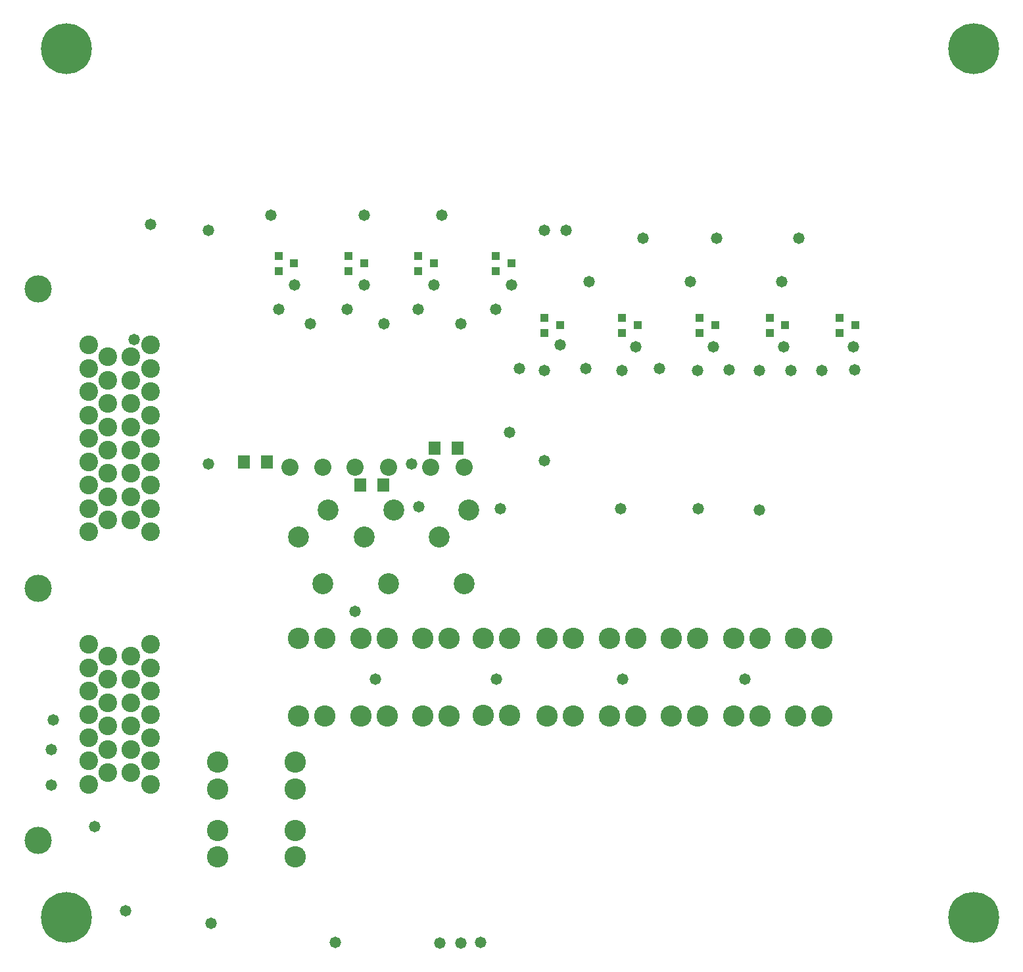
<source format=gbr>
%TF.GenerationSoftware,Altium Limited,Altium Designer,18.1.7 (191)*%
G04 Layer_Color=16711935*
%FSLAX26Y26*%
%MOIN*%
%TF.FileFunction,Soldermask,Bot*%
%TF.Part,Single*%
G01*
G75*
%TA.AperFunction,SMDPad,CuDef*%
%ADD34R,0.043433X0.039496*%
%ADD35R,0.061150X0.065087*%
%TA.AperFunction,ComponentPad*%
%ADD36C,0.108000*%
%TA.AperFunction,ViaPad*%
%ADD37C,0.258000*%
%TA.AperFunction,ComponentPad*%
%ADD38C,0.094614*%
%ADD39C,0.137921*%
%ADD40C,0.106425*%
%ADD41C,0.086740*%
%TA.AperFunction,ViaPad*%
%ADD42C,0.058000*%
D34*
X1731360Y3574803D02*
D03*
Y3649606D02*
D03*
X1810100Y3612205D02*
D03*
X4221494Y3261478D02*
D03*
Y3336281D02*
D03*
X4300234Y3298880D02*
D03*
X3867163Y3261478D02*
D03*
Y3336281D02*
D03*
X3945903Y3298880D02*
D03*
X3512832Y3261478D02*
D03*
Y3336281D02*
D03*
X3591573Y3298880D02*
D03*
X3119132Y3261478D02*
D03*
Y3336281D02*
D03*
X3197872Y3298880D02*
D03*
X2725431Y3261478D02*
D03*
Y3336281D02*
D03*
X2804171Y3298880D02*
D03*
X2479391Y3574803D02*
D03*
Y3649606D02*
D03*
X2558131Y3612205D02*
D03*
X2085690Y3574803D02*
D03*
Y3649606D02*
D03*
X2164430Y3612205D02*
D03*
X1377029Y3574803D02*
D03*
Y3649606D02*
D03*
X1455769Y3612205D02*
D03*
D35*
X2167323Y2677165D02*
D03*
X2283465D02*
D03*
X1792323Y2490157D02*
D03*
X1908465D02*
D03*
X1201772Y2608268D02*
D03*
X1317913D02*
D03*
D36*
X1460276Y608071D02*
D03*
X1069724D02*
D03*
X1460276Y741929D02*
D03*
X1069724D02*
D03*
X1460276Y951772D02*
D03*
X1069724D02*
D03*
X1460276Y1085630D02*
D03*
X1069724D02*
D03*
X2242637Y1712659D02*
D03*
Y1322108D02*
D03*
X2108778Y1712659D02*
D03*
Y1322108D02*
D03*
X1612716Y1712659D02*
D03*
Y1322108D02*
D03*
X1478857Y1712659D02*
D03*
Y1322108D02*
D03*
X1927676Y1712659D02*
D03*
Y1322108D02*
D03*
X1793818Y1712659D02*
D03*
Y1322108D02*
D03*
X2872558Y1712659D02*
D03*
Y1322108D02*
D03*
X2738700Y1712659D02*
D03*
Y1322108D02*
D03*
X3187519Y1712659D02*
D03*
Y1322108D02*
D03*
X3053660Y1712659D02*
D03*
Y1322108D02*
D03*
X3502479Y1712659D02*
D03*
Y1322108D02*
D03*
X3368621Y1712659D02*
D03*
Y1322108D02*
D03*
X3817440Y1712659D02*
D03*
Y1322108D02*
D03*
X3683582Y1712659D02*
D03*
Y1322108D02*
D03*
X4132401Y1712659D02*
D03*
Y1322108D02*
D03*
X3998542Y1712659D02*
D03*
Y1322108D02*
D03*
X2547244Y1712677D02*
D03*
Y1322126D02*
D03*
X2413386Y1712677D02*
D03*
Y1322126D02*
D03*
D37*
X4900000Y300000D02*
D03*
X300000D02*
D03*
Y4700000D02*
D03*
X4900000D02*
D03*
D38*
X728346Y2253937D02*
D03*
Y2372047D02*
D03*
Y2490157D02*
D03*
Y2608268D02*
D03*
Y2726378D02*
D03*
Y2844488D02*
D03*
Y2962598D02*
D03*
Y3080709D02*
D03*
Y3198819D02*
D03*
X629921Y2312992D02*
D03*
Y2431102D02*
D03*
Y2549213D02*
D03*
Y2667323D02*
D03*
Y2785433D02*
D03*
Y2903543D02*
D03*
Y3021653D02*
D03*
Y3139764D02*
D03*
X511811Y2312992D02*
D03*
Y2431102D02*
D03*
Y2549213D02*
D03*
Y2667323D02*
D03*
Y2785433D02*
D03*
Y2903543D02*
D03*
Y3021653D02*
D03*
Y3139764D02*
D03*
X413386Y2253937D02*
D03*
Y2372047D02*
D03*
Y2490157D02*
D03*
Y2608268D02*
D03*
Y2726378D02*
D03*
Y2844488D02*
D03*
Y2962598D02*
D03*
Y3080709D02*
D03*
Y3198819D02*
D03*
Y1683071D02*
D03*
Y1564961D02*
D03*
Y1446850D02*
D03*
Y1328740D02*
D03*
Y1210630D02*
D03*
Y1092520D02*
D03*
Y974409D02*
D03*
X511811Y1624016D02*
D03*
Y1505906D02*
D03*
Y1387795D02*
D03*
Y1269685D02*
D03*
Y1151575D02*
D03*
Y1033465D02*
D03*
X629921Y1624016D02*
D03*
Y1505906D02*
D03*
Y1387795D02*
D03*
Y1269685D02*
D03*
Y1151575D02*
D03*
Y1033465D02*
D03*
X728346Y1683071D02*
D03*
Y1564961D02*
D03*
Y1446850D02*
D03*
Y1328740D02*
D03*
Y1210630D02*
D03*
Y1092520D02*
D03*
Y974409D02*
D03*
D39*
X157480Y688976D02*
D03*
Y1968504D02*
D03*
Y3484252D02*
D03*
D40*
X2317207Y1989824D02*
D03*
X2342798Y2363840D02*
D03*
X2193192Y2226045D02*
D03*
X1602873Y1989824D02*
D03*
X1628464Y2363840D02*
D03*
X1478857Y2226045D02*
D03*
X1935039Y1989824D02*
D03*
X1960630Y2363840D02*
D03*
X1811024Y2226045D02*
D03*
D41*
X2147916Y2580376D02*
D03*
X2317207D02*
D03*
X1433582D02*
D03*
X1602873D02*
D03*
X1765748D02*
D03*
X1935039D02*
D03*
D42*
X2303150Y170000D02*
D03*
X2195000D02*
D03*
X223357Y971674D02*
D03*
Y1151575D02*
D03*
X236220Y1301857D02*
D03*
X4015748Y3740157D02*
D03*
X3598673D02*
D03*
X3225551D02*
D03*
X2834646Y3779528D02*
D03*
X2724683D02*
D03*
X2204724Y3858268D02*
D03*
X1811024D02*
D03*
X1338583D02*
D03*
X1020023Y3779528D02*
D03*
Y2598425D02*
D03*
X2052352D02*
D03*
X2088861Y2381184D02*
D03*
X1036229Y270000D02*
D03*
X3740157Y1505906D02*
D03*
X3121452D02*
D03*
X2482942D02*
D03*
X1869345D02*
D03*
X728346Y3809807D02*
D03*
X3928915Y3519571D02*
D03*
X3464567D02*
D03*
X2952756D02*
D03*
X4299431Y3073782D02*
D03*
X3976378Y3070866D02*
D03*
X3661417Y3073782D02*
D03*
X3307087Y3078959D02*
D03*
X2935495Y3081693D02*
D03*
X2598425Y3078959D02*
D03*
X2303150Y3307087D02*
D03*
X1911845D02*
D03*
X1537855D02*
D03*
X2400000Y175000D02*
D03*
X1665000D02*
D03*
X600000Y335000D02*
D03*
X445000Y760000D02*
D03*
X2500593Y2372047D02*
D03*
X3110236D02*
D03*
X2724683Y2613371D02*
D03*
X3815982Y2363840D02*
D03*
X3503937Y2372047D02*
D03*
X4291339Y3188976D02*
D03*
X3937008D02*
D03*
X3582677D02*
D03*
X3188976D02*
D03*
X2804171Y3198819D02*
D03*
X2559055Y3503937D02*
D03*
X2165354D02*
D03*
X1811024D02*
D03*
X1458504D02*
D03*
X2724683Y3070866D02*
D03*
X3119132D02*
D03*
X3501022D02*
D03*
X3815982D02*
D03*
X4130943D02*
D03*
X2479391Y3380905D02*
D03*
X2086614D02*
D03*
X1725454D02*
D03*
X1377029D02*
D03*
X2547244Y2755905D02*
D03*
X643837Y3228346D02*
D03*
X1765748Y1850394D02*
D03*
%TF.MD5,1a02cd266ed1a278d9c93832a9f2ae54*%
M02*

</source>
